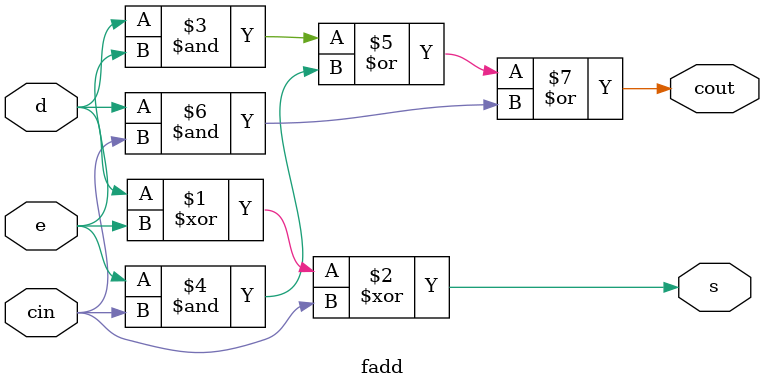
<source format=v>
`timescale 1ns / 1ps


module fadd(s,cout,d,e,cin);  
input d,e,cin;
output s,cout;
assign s = (d ^ e ^ cin);  
assign cout = ((d&e) | (e&cin) | (d&cin));
endmodule
</source>
